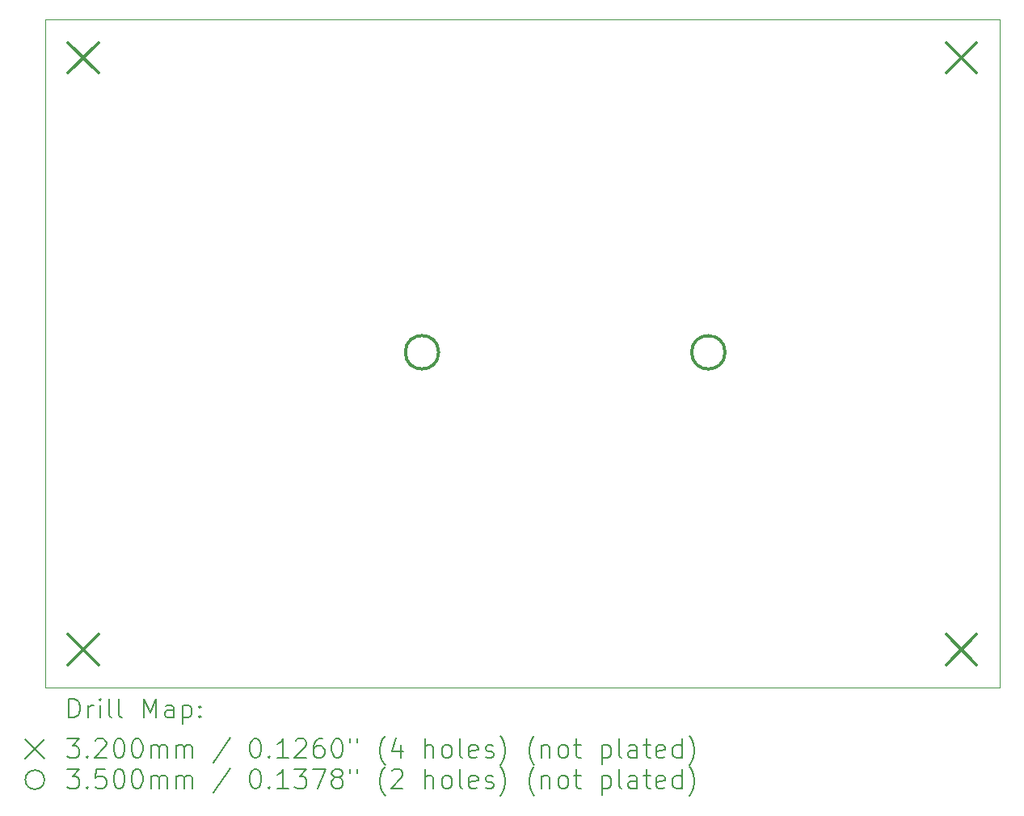
<source format=gbr>
%TF.GenerationSoftware,KiCad,Pcbnew,(6.0.7)*%
%TF.CreationDate,2023-10-27T20:15:15+01:00*%
%TF.ProjectId,slide_tester,736c6964-655f-4746-9573-7465722e6b69,rev?*%
%TF.SameCoordinates,Original*%
%TF.FileFunction,Drillmap*%
%TF.FilePolarity,Positive*%
%FSLAX45Y45*%
G04 Gerber Fmt 4.5, Leading zero omitted, Abs format (unit mm)*
G04 Created by KiCad (PCBNEW (6.0.7)) date 2023-10-27 20:15:15*
%MOMM*%
%LPD*%
G01*
G04 APERTURE LIST*
%ADD10C,0.100000*%
%ADD11C,0.200000*%
%ADD12C,0.320000*%
%ADD13C,0.350000*%
G04 APERTURE END LIST*
D10*
X20000000Y-12000000D02*
X10000000Y-12000000D01*
X10000000Y-5000000D01*
X20000000Y-5000000D01*
X20000000Y-12000000D01*
D11*
D12*
X10240000Y-5240000D02*
X10560000Y-5560000D01*
X10560000Y-5240000D02*
X10240000Y-5560000D01*
X10240000Y-11440000D02*
X10560000Y-11760000D01*
X10560000Y-11440000D02*
X10240000Y-11760000D01*
X19440000Y-5240000D02*
X19760000Y-5560000D01*
X19760000Y-5240000D02*
X19440000Y-5560000D01*
X19440000Y-11440000D02*
X19760000Y-11760000D01*
X19760000Y-11440000D02*
X19440000Y-11760000D01*
D13*
X14125000Y-8485750D02*
G75*
G03*
X14125000Y-8485750I-175000J0D01*
G01*
X17125000Y-8485750D02*
G75*
G03*
X17125000Y-8485750I-175000J0D01*
G01*
D11*
X10252619Y-12315476D02*
X10252619Y-12115476D01*
X10300238Y-12115476D01*
X10328810Y-12125000D01*
X10347857Y-12144048D01*
X10357381Y-12163095D01*
X10366905Y-12201190D01*
X10366905Y-12229762D01*
X10357381Y-12267857D01*
X10347857Y-12286905D01*
X10328810Y-12305952D01*
X10300238Y-12315476D01*
X10252619Y-12315476D01*
X10452619Y-12315476D02*
X10452619Y-12182143D01*
X10452619Y-12220238D02*
X10462143Y-12201190D01*
X10471667Y-12191667D01*
X10490714Y-12182143D01*
X10509762Y-12182143D01*
X10576429Y-12315476D02*
X10576429Y-12182143D01*
X10576429Y-12115476D02*
X10566905Y-12125000D01*
X10576429Y-12134524D01*
X10585952Y-12125000D01*
X10576429Y-12115476D01*
X10576429Y-12134524D01*
X10700238Y-12315476D02*
X10681190Y-12305952D01*
X10671667Y-12286905D01*
X10671667Y-12115476D01*
X10805000Y-12315476D02*
X10785952Y-12305952D01*
X10776429Y-12286905D01*
X10776429Y-12115476D01*
X11033571Y-12315476D02*
X11033571Y-12115476D01*
X11100238Y-12258333D01*
X11166905Y-12115476D01*
X11166905Y-12315476D01*
X11347857Y-12315476D02*
X11347857Y-12210714D01*
X11338333Y-12191667D01*
X11319286Y-12182143D01*
X11281190Y-12182143D01*
X11262143Y-12191667D01*
X11347857Y-12305952D02*
X11328809Y-12315476D01*
X11281190Y-12315476D01*
X11262143Y-12305952D01*
X11252619Y-12286905D01*
X11252619Y-12267857D01*
X11262143Y-12248809D01*
X11281190Y-12239286D01*
X11328809Y-12239286D01*
X11347857Y-12229762D01*
X11443095Y-12182143D02*
X11443095Y-12382143D01*
X11443095Y-12191667D02*
X11462143Y-12182143D01*
X11500238Y-12182143D01*
X11519286Y-12191667D01*
X11528809Y-12201190D01*
X11538333Y-12220238D01*
X11538333Y-12277381D01*
X11528809Y-12296428D01*
X11519286Y-12305952D01*
X11500238Y-12315476D01*
X11462143Y-12315476D01*
X11443095Y-12305952D01*
X11624048Y-12296428D02*
X11633571Y-12305952D01*
X11624048Y-12315476D01*
X11614524Y-12305952D01*
X11624048Y-12296428D01*
X11624048Y-12315476D01*
X11624048Y-12191667D02*
X11633571Y-12201190D01*
X11624048Y-12210714D01*
X11614524Y-12201190D01*
X11624048Y-12191667D01*
X11624048Y-12210714D01*
X9795000Y-12545000D02*
X9995000Y-12745000D01*
X9995000Y-12545000D02*
X9795000Y-12745000D01*
X10233571Y-12535476D02*
X10357381Y-12535476D01*
X10290714Y-12611667D01*
X10319286Y-12611667D01*
X10338333Y-12621190D01*
X10347857Y-12630714D01*
X10357381Y-12649762D01*
X10357381Y-12697381D01*
X10347857Y-12716428D01*
X10338333Y-12725952D01*
X10319286Y-12735476D01*
X10262143Y-12735476D01*
X10243095Y-12725952D01*
X10233571Y-12716428D01*
X10443095Y-12716428D02*
X10452619Y-12725952D01*
X10443095Y-12735476D01*
X10433571Y-12725952D01*
X10443095Y-12716428D01*
X10443095Y-12735476D01*
X10528810Y-12554524D02*
X10538333Y-12545000D01*
X10557381Y-12535476D01*
X10605000Y-12535476D01*
X10624048Y-12545000D01*
X10633571Y-12554524D01*
X10643095Y-12573571D01*
X10643095Y-12592619D01*
X10633571Y-12621190D01*
X10519286Y-12735476D01*
X10643095Y-12735476D01*
X10766905Y-12535476D02*
X10785952Y-12535476D01*
X10805000Y-12545000D01*
X10814524Y-12554524D01*
X10824048Y-12573571D01*
X10833571Y-12611667D01*
X10833571Y-12659286D01*
X10824048Y-12697381D01*
X10814524Y-12716428D01*
X10805000Y-12725952D01*
X10785952Y-12735476D01*
X10766905Y-12735476D01*
X10747857Y-12725952D01*
X10738333Y-12716428D01*
X10728810Y-12697381D01*
X10719286Y-12659286D01*
X10719286Y-12611667D01*
X10728810Y-12573571D01*
X10738333Y-12554524D01*
X10747857Y-12545000D01*
X10766905Y-12535476D01*
X10957381Y-12535476D02*
X10976429Y-12535476D01*
X10995476Y-12545000D01*
X11005000Y-12554524D01*
X11014524Y-12573571D01*
X11024048Y-12611667D01*
X11024048Y-12659286D01*
X11014524Y-12697381D01*
X11005000Y-12716428D01*
X10995476Y-12725952D01*
X10976429Y-12735476D01*
X10957381Y-12735476D01*
X10938333Y-12725952D01*
X10928810Y-12716428D01*
X10919286Y-12697381D01*
X10909762Y-12659286D01*
X10909762Y-12611667D01*
X10919286Y-12573571D01*
X10928810Y-12554524D01*
X10938333Y-12545000D01*
X10957381Y-12535476D01*
X11109762Y-12735476D02*
X11109762Y-12602143D01*
X11109762Y-12621190D02*
X11119286Y-12611667D01*
X11138333Y-12602143D01*
X11166905Y-12602143D01*
X11185952Y-12611667D01*
X11195476Y-12630714D01*
X11195476Y-12735476D01*
X11195476Y-12630714D02*
X11205000Y-12611667D01*
X11224048Y-12602143D01*
X11252619Y-12602143D01*
X11271667Y-12611667D01*
X11281190Y-12630714D01*
X11281190Y-12735476D01*
X11376428Y-12735476D02*
X11376428Y-12602143D01*
X11376428Y-12621190D02*
X11385952Y-12611667D01*
X11405000Y-12602143D01*
X11433571Y-12602143D01*
X11452619Y-12611667D01*
X11462143Y-12630714D01*
X11462143Y-12735476D01*
X11462143Y-12630714D02*
X11471667Y-12611667D01*
X11490714Y-12602143D01*
X11519286Y-12602143D01*
X11538333Y-12611667D01*
X11547857Y-12630714D01*
X11547857Y-12735476D01*
X11938333Y-12525952D02*
X11766905Y-12783095D01*
X12195476Y-12535476D02*
X12214524Y-12535476D01*
X12233571Y-12545000D01*
X12243095Y-12554524D01*
X12252619Y-12573571D01*
X12262143Y-12611667D01*
X12262143Y-12659286D01*
X12252619Y-12697381D01*
X12243095Y-12716428D01*
X12233571Y-12725952D01*
X12214524Y-12735476D01*
X12195476Y-12735476D01*
X12176428Y-12725952D01*
X12166905Y-12716428D01*
X12157381Y-12697381D01*
X12147857Y-12659286D01*
X12147857Y-12611667D01*
X12157381Y-12573571D01*
X12166905Y-12554524D01*
X12176428Y-12545000D01*
X12195476Y-12535476D01*
X12347857Y-12716428D02*
X12357381Y-12725952D01*
X12347857Y-12735476D01*
X12338333Y-12725952D01*
X12347857Y-12716428D01*
X12347857Y-12735476D01*
X12547857Y-12735476D02*
X12433571Y-12735476D01*
X12490714Y-12735476D02*
X12490714Y-12535476D01*
X12471667Y-12564048D01*
X12452619Y-12583095D01*
X12433571Y-12592619D01*
X12624048Y-12554524D02*
X12633571Y-12545000D01*
X12652619Y-12535476D01*
X12700238Y-12535476D01*
X12719286Y-12545000D01*
X12728809Y-12554524D01*
X12738333Y-12573571D01*
X12738333Y-12592619D01*
X12728809Y-12621190D01*
X12614524Y-12735476D01*
X12738333Y-12735476D01*
X12909762Y-12535476D02*
X12871667Y-12535476D01*
X12852619Y-12545000D01*
X12843095Y-12554524D01*
X12824048Y-12583095D01*
X12814524Y-12621190D01*
X12814524Y-12697381D01*
X12824048Y-12716428D01*
X12833571Y-12725952D01*
X12852619Y-12735476D01*
X12890714Y-12735476D01*
X12909762Y-12725952D01*
X12919286Y-12716428D01*
X12928809Y-12697381D01*
X12928809Y-12649762D01*
X12919286Y-12630714D01*
X12909762Y-12621190D01*
X12890714Y-12611667D01*
X12852619Y-12611667D01*
X12833571Y-12621190D01*
X12824048Y-12630714D01*
X12814524Y-12649762D01*
X13052619Y-12535476D02*
X13071667Y-12535476D01*
X13090714Y-12545000D01*
X13100238Y-12554524D01*
X13109762Y-12573571D01*
X13119286Y-12611667D01*
X13119286Y-12659286D01*
X13109762Y-12697381D01*
X13100238Y-12716428D01*
X13090714Y-12725952D01*
X13071667Y-12735476D01*
X13052619Y-12735476D01*
X13033571Y-12725952D01*
X13024048Y-12716428D01*
X13014524Y-12697381D01*
X13005000Y-12659286D01*
X13005000Y-12611667D01*
X13014524Y-12573571D01*
X13024048Y-12554524D01*
X13033571Y-12545000D01*
X13052619Y-12535476D01*
X13195476Y-12535476D02*
X13195476Y-12573571D01*
X13271667Y-12535476D02*
X13271667Y-12573571D01*
X13566905Y-12811667D02*
X13557381Y-12802143D01*
X13538333Y-12773571D01*
X13528809Y-12754524D01*
X13519286Y-12725952D01*
X13509762Y-12678333D01*
X13509762Y-12640238D01*
X13519286Y-12592619D01*
X13528809Y-12564048D01*
X13538333Y-12545000D01*
X13557381Y-12516428D01*
X13566905Y-12506905D01*
X13728809Y-12602143D02*
X13728809Y-12735476D01*
X13681190Y-12525952D02*
X13633571Y-12668809D01*
X13757381Y-12668809D01*
X13985952Y-12735476D02*
X13985952Y-12535476D01*
X14071667Y-12735476D02*
X14071667Y-12630714D01*
X14062143Y-12611667D01*
X14043095Y-12602143D01*
X14014524Y-12602143D01*
X13995476Y-12611667D01*
X13985952Y-12621190D01*
X14195476Y-12735476D02*
X14176428Y-12725952D01*
X14166905Y-12716428D01*
X14157381Y-12697381D01*
X14157381Y-12640238D01*
X14166905Y-12621190D01*
X14176428Y-12611667D01*
X14195476Y-12602143D01*
X14224048Y-12602143D01*
X14243095Y-12611667D01*
X14252619Y-12621190D01*
X14262143Y-12640238D01*
X14262143Y-12697381D01*
X14252619Y-12716428D01*
X14243095Y-12725952D01*
X14224048Y-12735476D01*
X14195476Y-12735476D01*
X14376428Y-12735476D02*
X14357381Y-12725952D01*
X14347857Y-12706905D01*
X14347857Y-12535476D01*
X14528809Y-12725952D02*
X14509762Y-12735476D01*
X14471667Y-12735476D01*
X14452619Y-12725952D01*
X14443095Y-12706905D01*
X14443095Y-12630714D01*
X14452619Y-12611667D01*
X14471667Y-12602143D01*
X14509762Y-12602143D01*
X14528809Y-12611667D01*
X14538333Y-12630714D01*
X14538333Y-12649762D01*
X14443095Y-12668809D01*
X14614524Y-12725952D02*
X14633571Y-12735476D01*
X14671667Y-12735476D01*
X14690714Y-12725952D01*
X14700238Y-12706905D01*
X14700238Y-12697381D01*
X14690714Y-12678333D01*
X14671667Y-12668809D01*
X14643095Y-12668809D01*
X14624048Y-12659286D01*
X14614524Y-12640238D01*
X14614524Y-12630714D01*
X14624048Y-12611667D01*
X14643095Y-12602143D01*
X14671667Y-12602143D01*
X14690714Y-12611667D01*
X14766905Y-12811667D02*
X14776428Y-12802143D01*
X14795476Y-12773571D01*
X14805000Y-12754524D01*
X14814524Y-12725952D01*
X14824048Y-12678333D01*
X14824048Y-12640238D01*
X14814524Y-12592619D01*
X14805000Y-12564048D01*
X14795476Y-12545000D01*
X14776428Y-12516428D01*
X14766905Y-12506905D01*
X15128809Y-12811667D02*
X15119286Y-12802143D01*
X15100238Y-12773571D01*
X15090714Y-12754524D01*
X15081190Y-12725952D01*
X15071667Y-12678333D01*
X15071667Y-12640238D01*
X15081190Y-12592619D01*
X15090714Y-12564048D01*
X15100238Y-12545000D01*
X15119286Y-12516428D01*
X15128809Y-12506905D01*
X15205000Y-12602143D02*
X15205000Y-12735476D01*
X15205000Y-12621190D02*
X15214524Y-12611667D01*
X15233571Y-12602143D01*
X15262143Y-12602143D01*
X15281190Y-12611667D01*
X15290714Y-12630714D01*
X15290714Y-12735476D01*
X15414524Y-12735476D02*
X15395476Y-12725952D01*
X15385952Y-12716428D01*
X15376428Y-12697381D01*
X15376428Y-12640238D01*
X15385952Y-12621190D01*
X15395476Y-12611667D01*
X15414524Y-12602143D01*
X15443095Y-12602143D01*
X15462143Y-12611667D01*
X15471667Y-12621190D01*
X15481190Y-12640238D01*
X15481190Y-12697381D01*
X15471667Y-12716428D01*
X15462143Y-12725952D01*
X15443095Y-12735476D01*
X15414524Y-12735476D01*
X15538333Y-12602143D02*
X15614524Y-12602143D01*
X15566905Y-12535476D02*
X15566905Y-12706905D01*
X15576428Y-12725952D01*
X15595476Y-12735476D01*
X15614524Y-12735476D01*
X15833571Y-12602143D02*
X15833571Y-12802143D01*
X15833571Y-12611667D02*
X15852619Y-12602143D01*
X15890714Y-12602143D01*
X15909762Y-12611667D01*
X15919286Y-12621190D01*
X15928809Y-12640238D01*
X15928809Y-12697381D01*
X15919286Y-12716428D01*
X15909762Y-12725952D01*
X15890714Y-12735476D01*
X15852619Y-12735476D01*
X15833571Y-12725952D01*
X16043095Y-12735476D02*
X16024048Y-12725952D01*
X16014524Y-12706905D01*
X16014524Y-12535476D01*
X16205000Y-12735476D02*
X16205000Y-12630714D01*
X16195476Y-12611667D01*
X16176428Y-12602143D01*
X16138333Y-12602143D01*
X16119286Y-12611667D01*
X16205000Y-12725952D02*
X16185952Y-12735476D01*
X16138333Y-12735476D01*
X16119286Y-12725952D01*
X16109762Y-12706905D01*
X16109762Y-12687857D01*
X16119286Y-12668809D01*
X16138333Y-12659286D01*
X16185952Y-12659286D01*
X16205000Y-12649762D01*
X16271667Y-12602143D02*
X16347857Y-12602143D01*
X16300238Y-12535476D02*
X16300238Y-12706905D01*
X16309762Y-12725952D01*
X16328809Y-12735476D01*
X16347857Y-12735476D01*
X16490714Y-12725952D02*
X16471667Y-12735476D01*
X16433571Y-12735476D01*
X16414524Y-12725952D01*
X16405000Y-12706905D01*
X16405000Y-12630714D01*
X16414524Y-12611667D01*
X16433571Y-12602143D01*
X16471667Y-12602143D01*
X16490714Y-12611667D01*
X16500238Y-12630714D01*
X16500238Y-12649762D01*
X16405000Y-12668809D01*
X16671667Y-12735476D02*
X16671667Y-12535476D01*
X16671667Y-12725952D02*
X16652619Y-12735476D01*
X16614524Y-12735476D01*
X16595476Y-12725952D01*
X16585952Y-12716428D01*
X16576428Y-12697381D01*
X16576428Y-12640238D01*
X16585952Y-12621190D01*
X16595476Y-12611667D01*
X16614524Y-12602143D01*
X16652619Y-12602143D01*
X16671667Y-12611667D01*
X16747857Y-12811667D02*
X16757381Y-12802143D01*
X16776428Y-12773571D01*
X16785952Y-12754524D01*
X16795476Y-12725952D01*
X16805000Y-12678333D01*
X16805000Y-12640238D01*
X16795476Y-12592619D01*
X16785952Y-12564048D01*
X16776428Y-12545000D01*
X16757381Y-12516428D01*
X16747857Y-12506905D01*
X9995000Y-12965000D02*
G75*
G03*
X9995000Y-12965000I-100000J0D01*
G01*
X10233571Y-12855476D02*
X10357381Y-12855476D01*
X10290714Y-12931667D01*
X10319286Y-12931667D01*
X10338333Y-12941190D01*
X10347857Y-12950714D01*
X10357381Y-12969762D01*
X10357381Y-13017381D01*
X10347857Y-13036428D01*
X10338333Y-13045952D01*
X10319286Y-13055476D01*
X10262143Y-13055476D01*
X10243095Y-13045952D01*
X10233571Y-13036428D01*
X10443095Y-13036428D02*
X10452619Y-13045952D01*
X10443095Y-13055476D01*
X10433571Y-13045952D01*
X10443095Y-13036428D01*
X10443095Y-13055476D01*
X10633571Y-12855476D02*
X10538333Y-12855476D01*
X10528810Y-12950714D01*
X10538333Y-12941190D01*
X10557381Y-12931667D01*
X10605000Y-12931667D01*
X10624048Y-12941190D01*
X10633571Y-12950714D01*
X10643095Y-12969762D01*
X10643095Y-13017381D01*
X10633571Y-13036428D01*
X10624048Y-13045952D01*
X10605000Y-13055476D01*
X10557381Y-13055476D01*
X10538333Y-13045952D01*
X10528810Y-13036428D01*
X10766905Y-12855476D02*
X10785952Y-12855476D01*
X10805000Y-12865000D01*
X10814524Y-12874524D01*
X10824048Y-12893571D01*
X10833571Y-12931667D01*
X10833571Y-12979286D01*
X10824048Y-13017381D01*
X10814524Y-13036428D01*
X10805000Y-13045952D01*
X10785952Y-13055476D01*
X10766905Y-13055476D01*
X10747857Y-13045952D01*
X10738333Y-13036428D01*
X10728810Y-13017381D01*
X10719286Y-12979286D01*
X10719286Y-12931667D01*
X10728810Y-12893571D01*
X10738333Y-12874524D01*
X10747857Y-12865000D01*
X10766905Y-12855476D01*
X10957381Y-12855476D02*
X10976429Y-12855476D01*
X10995476Y-12865000D01*
X11005000Y-12874524D01*
X11014524Y-12893571D01*
X11024048Y-12931667D01*
X11024048Y-12979286D01*
X11014524Y-13017381D01*
X11005000Y-13036428D01*
X10995476Y-13045952D01*
X10976429Y-13055476D01*
X10957381Y-13055476D01*
X10938333Y-13045952D01*
X10928810Y-13036428D01*
X10919286Y-13017381D01*
X10909762Y-12979286D01*
X10909762Y-12931667D01*
X10919286Y-12893571D01*
X10928810Y-12874524D01*
X10938333Y-12865000D01*
X10957381Y-12855476D01*
X11109762Y-13055476D02*
X11109762Y-12922143D01*
X11109762Y-12941190D02*
X11119286Y-12931667D01*
X11138333Y-12922143D01*
X11166905Y-12922143D01*
X11185952Y-12931667D01*
X11195476Y-12950714D01*
X11195476Y-13055476D01*
X11195476Y-12950714D02*
X11205000Y-12931667D01*
X11224048Y-12922143D01*
X11252619Y-12922143D01*
X11271667Y-12931667D01*
X11281190Y-12950714D01*
X11281190Y-13055476D01*
X11376428Y-13055476D02*
X11376428Y-12922143D01*
X11376428Y-12941190D02*
X11385952Y-12931667D01*
X11405000Y-12922143D01*
X11433571Y-12922143D01*
X11452619Y-12931667D01*
X11462143Y-12950714D01*
X11462143Y-13055476D01*
X11462143Y-12950714D02*
X11471667Y-12931667D01*
X11490714Y-12922143D01*
X11519286Y-12922143D01*
X11538333Y-12931667D01*
X11547857Y-12950714D01*
X11547857Y-13055476D01*
X11938333Y-12845952D02*
X11766905Y-13103095D01*
X12195476Y-12855476D02*
X12214524Y-12855476D01*
X12233571Y-12865000D01*
X12243095Y-12874524D01*
X12252619Y-12893571D01*
X12262143Y-12931667D01*
X12262143Y-12979286D01*
X12252619Y-13017381D01*
X12243095Y-13036428D01*
X12233571Y-13045952D01*
X12214524Y-13055476D01*
X12195476Y-13055476D01*
X12176428Y-13045952D01*
X12166905Y-13036428D01*
X12157381Y-13017381D01*
X12147857Y-12979286D01*
X12147857Y-12931667D01*
X12157381Y-12893571D01*
X12166905Y-12874524D01*
X12176428Y-12865000D01*
X12195476Y-12855476D01*
X12347857Y-13036428D02*
X12357381Y-13045952D01*
X12347857Y-13055476D01*
X12338333Y-13045952D01*
X12347857Y-13036428D01*
X12347857Y-13055476D01*
X12547857Y-13055476D02*
X12433571Y-13055476D01*
X12490714Y-13055476D02*
X12490714Y-12855476D01*
X12471667Y-12884048D01*
X12452619Y-12903095D01*
X12433571Y-12912619D01*
X12614524Y-12855476D02*
X12738333Y-12855476D01*
X12671667Y-12931667D01*
X12700238Y-12931667D01*
X12719286Y-12941190D01*
X12728809Y-12950714D01*
X12738333Y-12969762D01*
X12738333Y-13017381D01*
X12728809Y-13036428D01*
X12719286Y-13045952D01*
X12700238Y-13055476D01*
X12643095Y-13055476D01*
X12624048Y-13045952D01*
X12614524Y-13036428D01*
X12805000Y-12855476D02*
X12938333Y-12855476D01*
X12852619Y-13055476D01*
X13043095Y-12941190D02*
X13024048Y-12931667D01*
X13014524Y-12922143D01*
X13005000Y-12903095D01*
X13005000Y-12893571D01*
X13014524Y-12874524D01*
X13024048Y-12865000D01*
X13043095Y-12855476D01*
X13081190Y-12855476D01*
X13100238Y-12865000D01*
X13109762Y-12874524D01*
X13119286Y-12893571D01*
X13119286Y-12903095D01*
X13109762Y-12922143D01*
X13100238Y-12931667D01*
X13081190Y-12941190D01*
X13043095Y-12941190D01*
X13024048Y-12950714D01*
X13014524Y-12960238D01*
X13005000Y-12979286D01*
X13005000Y-13017381D01*
X13014524Y-13036428D01*
X13024048Y-13045952D01*
X13043095Y-13055476D01*
X13081190Y-13055476D01*
X13100238Y-13045952D01*
X13109762Y-13036428D01*
X13119286Y-13017381D01*
X13119286Y-12979286D01*
X13109762Y-12960238D01*
X13100238Y-12950714D01*
X13081190Y-12941190D01*
X13195476Y-12855476D02*
X13195476Y-12893571D01*
X13271667Y-12855476D02*
X13271667Y-12893571D01*
X13566905Y-13131667D02*
X13557381Y-13122143D01*
X13538333Y-13093571D01*
X13528809Y-13074524D01*
X13519286Y-13045952D01*
X13509762Y-12998333D01*
X13509762Y-12960238D01*
X13519286Y-12912619D01*
X13528809Y-12884048D01*
X13538333Y-12865000D01*
X13557381Y-12836428D01*
X13566905Y-12826905D01*
X13633571Y-12874524D02*
X13643095Y-12865000D01*
X13662143Y-12855476D01*
X13709762Y-12855476D01*
X13728809Y-12865000D01*
X13738333Y-12874524D01*
X13747857Y-12893571D01*
X13747857Y-12912619D01*
X13738333Y-12941190D01*
X13624048Y-13055476D01*
X13747857Y-13055476D01*
X13985952Y-13055476D02*
X13985952Y-12855476D01*
X14071667Y-13055476D02*
X14071667Y-12950714D01*
X14062143Y-12931667D01*
X14043095Y-12922143D01*
X14014524Y-12922143D01*
X13995476Y-12931667D01*
X13985952Y-12941190D01*
X14195476Y-13055476D02*
X14176428Y-13045952D01*
X14166905Y-13036428D01*
X14157381Y-13017381D01*
X14157381Y-12960238D01*
X14166905Y-12941190D01*
X14176428Y-12931667D01*
X14195476Y-12922143D01*
X14224048Y-12922143D01*
X14243095Y-12931667D01*
X14252619Y-12941190D01*
X14262143Y-12960238D01*
X14262143Y-13017381D01*
X14252619Y-13036428D01*
X14243095Y-13045952D01*
X14224048Y-13055476D01*
X14195476Y-13055476D01*
X14376428Y-13055476D02*
X14357381Y-13045952D01*
X14347857Y-13026905D01*
X14347857Y-12855476D01*
X14528809Y-13045952D02*
X14509762Y-13055476D01*
X14471667Y-13055476D01*
X14452619Y-13045952D01*
X14443095Y-13026905D01*
X14443095Y-12950714D01*
X14452619Y-12931667D01*
X14471667Y-12922143D01*
X14509762Y-12922143D01*
X14528809Y-12931667D01*
X14538333Y-12950714D01*
X14538333Y-12969762D01*
X14443095Y-12988809D01*
X14614524Y-13045952D02*
X14633571Y-13055476D01*
X14671667Y-13055476D01*
X14690714Y-13045952D01*
X14700238Y-13026905D01*
X14700238Y-13017381D01*
X14690714Y-12998333D01*
X14671667Y-12988809D01*
X14643095Y-12988809D01*
X14624048Y-12979286D01*
X14614524Y-12960238D01*
X14614524Y-12950714D01*
X14624048Y-12931667D01*
X14643095Y-12922143D01*
X14671667Y-12922143D01*
X14690714Y-12931667D01*
X14766905Y-13131667D02*
X14776428Y-13122143D01*
X14795476Y-13093571D01*
X14805000Y-13074524D01*
X14814524Y-13045952D01*
X14824048Y-12998333D01*
X14824048Y-12960238D01*
X14814524Y-12912619D01*
X14805000Y-12884048D01*
X14795476Y-12865000D01*
X14776428Y-12836428D01*
X14766905Y-12826905D01*
X15128809Y-13131667D02*
X15119286Y-13122143D01*
X15100238Y-13093571D01*
X15090714Y-13074524D01*
X15081190Y-13045952D01*
X15071667Y-12998333D01*
X15071667Y-12960238D01*
X15081190Y-12912619D01*
X15090714Y-12884048D01*
X15100238Y-12865000D01*
X15119286Y-12836428D01*
X15128809Y-12826905D01*
X15205000Y-12922143D02*
X15205000Y-13055476D01*
X15205000Y-12941190D02*
X15214524Y-12931667D01*
X15233571Y-12922143D01*
X15262143Y-12922143D01*
X15281190Y-12931667D01*
X15290714Y-12950714D01*
X15290714Y-13055476D01*
X15414524Y-13055476D02*
X15395476Y-13045952D01*
X15385952Y-13036428D01*
X15376428Y-13017381D01*
X15376428Y-12960238D01*
X15385952Y-12941190D01*
X15395476Y-12931667D01*
X15414524Y-12922143D01*
X15443095Y-12922143D01*
X15462143Y-12931667D01*
X15471667Y-12941190D01*
X15481190Y-12960238D01*
X15481190Y-13017381D01*
X15471667Y-13036428D01*
X15462143Y-13045952D01*
X15443095Y-13055476D01*
X15414524Y-13055476D01*
X15538333Y-12922143D02*
X15614524Y-12922143D01*
X15566905Y-12855476D02*
X15566905Y-13026905D01*
X15576428Y-13045952D01*
X15595476Y-13055476D01*
X15614524Y-13055476D01*
X15833571Y-12922143D02*
X15833571Y-13122143D01*
X15833571Y-12931667D02*
X15852619Y-12922143D01*
X15890714Y-12922143D01*
X15909762Y-12931667D01*
X15919286Y-12941190D01*
X15928809Y-12960238D01*
X15928809Y-13017381D01*
X15919286Y-13036428D01*
X15909762Y-13045952D01*
X15890714Y-13055476D01*
X15852619Y-13055476D01*
X15833571Y-13045952D01*
X16043095Y-13055476D02*
X16024048Y-13045952D01*
X16014524Y-13026905D01*
X16014524Y-12855476D01*
X16205000Y-13055476D02*
X16205000Y-12950714D01*
X16195476Y-12931667D01*
X16176428Y-12922143D01*
X16138333Y-12922143D01*
X16119286Y-12931667D01*
X16205000Y-13045952D02*
X16185952Y-13055476D01*
X16138333Y-13055476D01*
X16119286Y-13045952D01*
X16109762Y-13026905D01*
X16109762Y-13007857D01*
X16119286Y-12988809D01*
X16138333Y-12979286D01*
X16185952Y-12979286D01*
X16205000Y-12969762D01*
X16271667Y-12922143D02*
X16347857Y-12922143D01*
X16300238Y-12855476D02*
X16300238Y-13026905D01*
X16309762Y-13045952D01*
X16328809Y-13055476D01*
X16347857Y-13055476D01*
X16490714Y-13045952D02*
X16471667Y-13055476D01*
X16433571Y-13055476D01*
X16414524Y-13045952D01*
X16405000Y-13026905D01*
X16405000Y-12950714D01*
X16414524Y-12931667D01*
X16433571Y-12922143D01*
X16471667Y-12922143D01*
X16490714Y-12931667D01*
X16500238Y-12950714D01*
X16500238Y-12969762D01*
X16405000Y-12988809D01*
X16671667Y-13055476D02*
X16671667Y-12855476D01*
X16671667Y-13045952D02*
X16652619Y-13055476D01*
X16614524Y-13055476D01*
X16595476Y-13045952D01*
X16585952Y-13036428D01*
X16576428Y-13017381D01*
X16576428Y-12960238D01*
X16585952Y-12941190D01*
X16595476Y-12931667D01*
X16614524Y-12922143D01*
X16652619Y-12922143D01*
X16671667Y-12931667D01*
X16747857Y-13131667D02*
X16757381Y-13122143D01*
X16776428Y-13093571D01*
X16785952Y-13074524D01*
X16795476Y-13045952D01*
X16805000Y-12998333D01*
X16805000Y-12960238D01*
X16795476Y-12912619D01*
X16785952Y-12884048D01*
X16776428Y-12865000D01*
X16757381Y-12836428D01*
X16747857Y-12826905D01*
M02*

</source>
